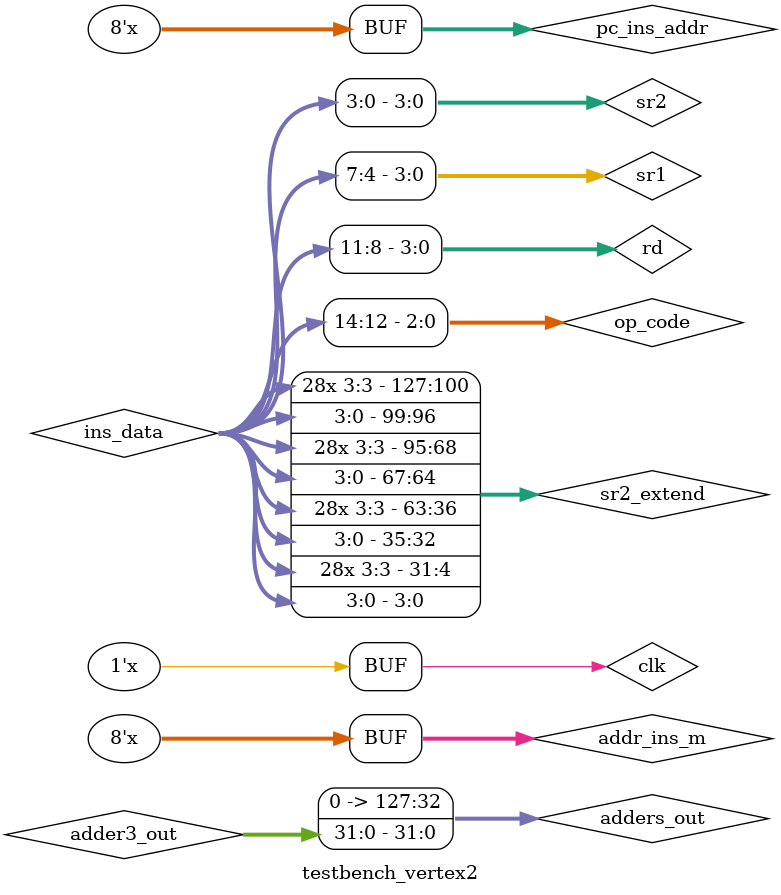
<source format=v>
module testbench_vertex2 ();
	parameter pc_ins_addr_w=8,ins_data_w=60,data_bus_w=128,
	          op_code_w=3,operands_w=4,adder_w=32;
	
	reg clk,enable,reset,we_ins_m;
	reg [pc_ins_addr_w-1:0]addr_ins_m;
	reg [ins_data_w-1:0]din_ins_m;
	
	
	wire we_a_vregf,we_b_vregf,we_dmem,mux0_dest,mux1_src2,mux2_alu_out,mux3_src1;
	wire [pc_ins_addr_w-1:0] pc_ins_addr;
	wire [ins_data_w-1:0]  ins_data;
	wire [op_code_w-1:0]   op_code;
	wire [operands_w-1:0]  rd,sr1,sr2;
	wire [operands_w-1:0]  mux0_out;
	wire [adder_w-1:0]     adder1_out,adder2_out,adder3_out;
	wire [data_bus_w-1:0]  data_out_sregf,data_out_a_vregf,data_out_b_vregf,
	    data_in_a_vregf,data_in_b_vregf,sr2_extend,alu_in1,alu_in2,alu_out,adders_out;												
	
	
	assign pc_ins_addr = addr_ins_m;
	assign op_code = ins_data[14:12];
	assign rd  = ins_data[11:8];
	assign sr1 = ins_data[7:4];
	assign sr2 = ins_data[3:0];
	assign sr2_extend = {{28{sr2[3]}},sr2,{28{sr2[3]}},sr2,{28{sr2[3]}},sr2,{28{sr2[3]}},sr2};
	assign adders_out = {96'b0,adder3_out};
	
//blocks	
//pc pc0 (clk,enable,reset,pc_ins_addr);
	
instruction_mem ins_mem0 (clk,we_ins_m,pc_ins_addr,din_ins_m,ins_data);
	
control_unit control0 (op_code,we_a_vregf,we_b_vregf,we_dmem,
                       mux0_dest,mux1_src2,mux2_alu_out,mux3_src1);
	
mux2_1 mux0 (mux0_out,sr2,rd,mux0_dest);
	
sreg_file reg_file0 (clk, ,sr1, , ,data_out_sregf);
	
vreg_file reg_file1 (clk,we_a_vregf,we_b_vregf,sr1,mux0_out,rd,rd,data_in_a_vregf,
                     data_in_b_vregf,data_out_a_vregf,data_out_b_vregf);
						  
mux2_1 #(128) mux3 (alu_in1,data_out_sregf,data_out_a_vregf,mux3_src1);

mux2_1 #(128) mux1 (alu_in2,data_out_b_vregf,sr2_extend,mux1_src2);

alu alu0 (alu_out[31:0],op_code,alu_in1[31:0],alu_in2[31:0]);

alu alu1 (alu_out[63:32],op_code,alu_in1[63:32],alu_in2[63:32]);

alu alu2 (alu_out[95:64],op_code,alu_in1[95:64],alu_in2[95:64]);

alu alu3 (alu_out[127:96],op_code,alu_in1[127:96],alu_in2[127:96]);
	
adder adder1 (alu_out[31:0],alu_out[63:32],adder1_out);	

adder adder2 (alu_out[95:64],alu_out[127:96],adder2_out);

adder adder3 (adder1_out,adder2_out,adder3_out);

mux2_1 #(128) mux2 (data_in_a_vregf,adders_out,alu_out,mux2_alu_out);

data_mem d_mem0 (clk,we_dmem,alu_out[7:0],data_out_b_vregf,data_in_b_vregf);

//data_for_test
initial
begin
	clk=0;
	addr_ins_m=0; 
end

always
begin
	#50
	clk=~clk;	
end
	
always 
begin  
	#100 
	addr_ins_m=addr_ins_m+1;
end

initial
begin
$monitor("[%d][%b%b%b%b%b%b%b] [%h] [%h] [%h]",op_code,we_a_vregf,we_b_vregf,we_dmem,
                              mux0_dest,mux1_src2,mux2_alu_out,mux3_src1,
							         data_out_a_vregf,data_out_b_vregf,data_in_a_vregf);
/*		  addr_ins_m=8'd0;
	#100 addr_ins_m=8'd1;
	#100 addr_ins_m=8'd2;
	#100 addr_ins_m=8'd3;
	#100 addr_ins_m=8'd4;  */
end 

endmodule 
</source>
